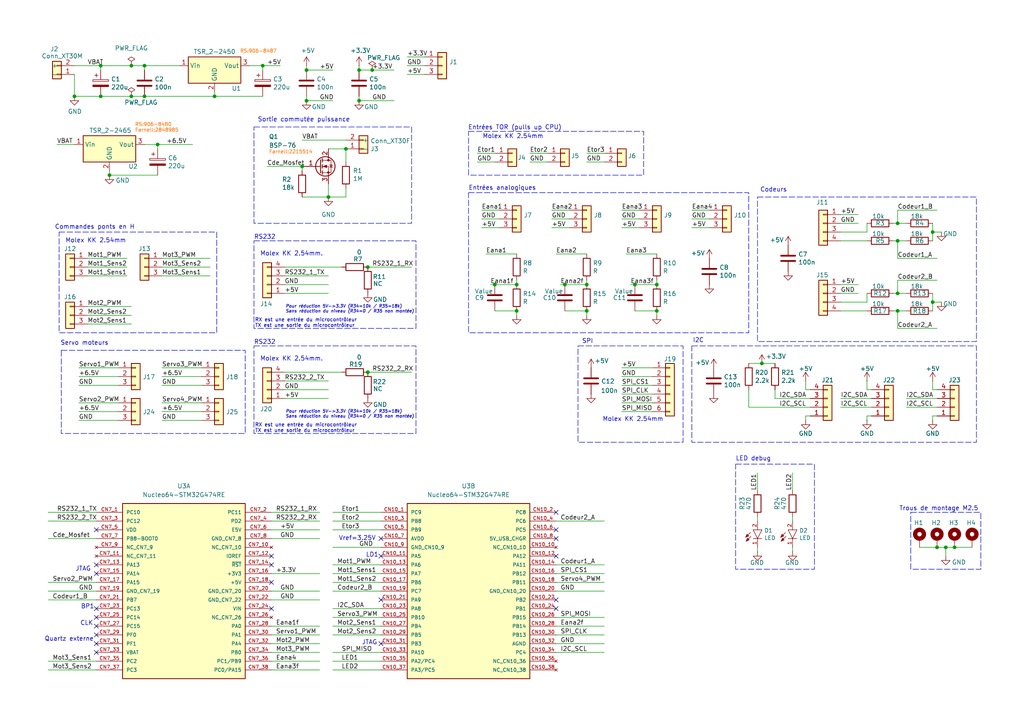
<source format=kicad_sch>
(kicad_sch (version 20231120) (generator "eeschema") (generator_version "8.0")
  (paper "A4")
  (junction (at 276.86 158.75))
  (junction (at 163.83 82.55))
  (junction (at 45.72 41.91))
  (junction (at 107.95 20.32))
  (junction (at 149.86 82.55))
  (junction (at 260.35 64.77))
  (junction (at 38.1 19.05))
  (junction (at 106.68 107.95))
  (junction (at 29.21 27.94))
  (junction (at 143.51 82.55))
  (junction (at 31.75 50.8))
  (junction (at 274.32 158.75))
  (junction (at 260.35 85.09))
  (junction (at 104.14 29.21))
  (junction (at 100.33 43.18))
  (junction (at 170.18 82.55))
  (junction (at 190.5 90.17))
  (junction (at 76.2 19.05))
  (junction (at 88.9 29.21))
  (junction (at 220.98 105.41))
  (junction (at 41.91 19.05))
  (junction (at 62.23 27.94))
  (junction (at 184.15 82.55))
  (junction (at 106.68 77.47))
  (junction (at 190.5 82.55))
  (junction (at 95.25 57.15))
  (junction (at 104.14 20.32))
  (junction (at 260.35 90.17))
  (junction (at 260.35 69.85))
  (junction (at 38.1 27.94))
  (junction (at 149.86 90.17))
  (junction (at 270.51 67.31))
  (junction (at 41.91 27.94))
  (junction (at 271.78 158.75))
  (junction (at 88.9 20.32))
  (junction (at 29.21 19.05))
  (junction (at 21.59 27.94))
  (junction (at 170.18 90.17))
  (junction (at 87.63 48.26))
  (junction (at 270.51 87.63))
  (no_connect (at 161.29 161.29))
  (no_connect (at 110.49 173.99))
  (no_connect (at 78.74 176.53))
  (no_connect (at 27.94 181.61))
  (no_connect (at 27.94 186.69))
  (no_connect (at 110.49 156.21))
  (no_connect (at 27.94 153.67))
  (no_connect (at 161.29 176.53))
  (no_connect (at 161.29 153.67))
  (no_connect (at 78.74 168.91))
  (no_connect (at 27.94 166.37))
  (no_connect (at 27.94 189.23))
  (no_connect (at 27.94 179.07))
  (no_connect (at 110.49 186.69))
  (no_connect (at 110.49 161.29))
  (no_connect (at 161.29 173.99))
  (no_connect (at 161.29 156.21))
  (no_connect (at 27.94 184.15))
  (no_connect (at 78.74 161.29))
  (no_connect (at 27.94 176.53))
  (no_connect (at 78.74 163.83))
  (no_connect (at 161.29 148.59))
  (no_connect (at 27.94 163.83))
  (wire (pts (xy 139.7 66.04) (xy 144.78 66.04)))
  (wire (pts (xy 96.52 166.37) (xy 110.49 166.37)))
  (wire (pts (xy 260.35 90.17) (xy 262.89 90.17)))
  (wire (pts (xy 270.51 85.09) (xy 270.51 87.63)))
  (wire (pts (xy 243.84 87.63) (xy 251.46 87.63)))
  (wire (pts (xy 118.11 16.51) (xy 123.19 16.51)))
  (wire (pts (xy 76.2 27.94) (xy 62.23 27.94)))
  (wire (pts (xy 252.73 120.65) (xy 251.46 120.65)))
  (wire (pts (xy 78.74 184.15) (xy 92.71 184.15)))
  (wire (pts (xy 13.97 194.31) (xy 27.94 194.31)))
  (wire (pts (xy 170.18 81.28) (xy 170.18 82.55)))
  (wire (pts (xy 96.52 176.53) (xy 110.49 176.53)))
  (wire (pts (xy 270.51 113.03) (xy 271.78 113.03)))
  (wire (pts (xy 96.52 148.59) (xy 110.49 148.59)))
  (wire (pts (xy 180.34 119.38) (xy 189.23 119.38)))
  (wire (pts (xy 13.97 151.13) (xy 27.94 151.13)))
  (wire (pts (xy 243.84 67.31) (xy 251.46 67.31)))
  (wire (pts (xy 96.52 184.15) (xy 110.49 184.15)))
  (wire (pts (xy 274.32 158.75) (xy 274.32 161.29)))
  (wire (pts (xy 180.34 111.76) (xy 189.23 111.76)))
  (wire (pts (xy 233.68 120.65) (xy 233.68 121.92)))
  (wire (pts (xy 82.55 110.49) (xy 95.25 110.49)))
  (wire (pts (xy 82.55 77.47) (xy 99.06 77.47)))
  (wire (pts (xy 260.35 95.25) (xy 271.78 95.25)))
  (wire (pts (xy 22.86 109.22) (xy 34.29 109.22)))
  (wire (pts (xy 161.29 189.23) (xy 175.26 189.23)))
  (wire (pts (xy 180.34 66.04) (xy 185.42 66.04)))
  (wire (pts (xy 78.74 156.21) (xy 92.71 156.21)))
  (wire (pts (xy 96.52 158.75) (xy 110.49 158.75)))
  (wire (pts (xy 96.52 163.83) (xy 110.49 163.83)))
  (wire (pts (xy 217.17 113.03) (xy 217.17 118.11)))
  (wire (pts (xy 229.87 137.16) (xy 229.87 142.24)))
  (wire (pts (xy 180.34 60.96) (xy 185.42 60.96)))
  (wire (pts (xy 143.51 82.55) (xy 149.86 82.55)))
  (wire (pts (xy 13.97 191.77) (xy 27.94 191.77)))
  (wire (pts (xy 143.51 90.17) (xy 149.86 90.17)))
  (wire (pts (xy 78.74 153.67) (xy 92.71 153.67)))
  (wire (pts (xy 46.99 77.47) (xy 60.96 77.47)))
  (wire (pts (xy 161.29 73.66) (xy 170.18 73.66)))
  (wire (pts (xy 46.99 121.92) (xy 58.42 121.92)))
  (wire (pts (xy 78.74 171.45) (xy 92.71 171.45)))
  (wire (pts (xy 161.29 163.83) (xy 175.26 163.83)))
  (wire (pts (xy 270.51 110.49) (xy 270.51 113.03)))
  (wire (pts (xy 149.86 81.28) (xy 149.86 82.55)))
  (wire (pts (xy 219.71 158.75) (xy 219.71 160.02)))
  (wire (pts (xy 46.99 111.76) (xy 58.42 111.76)))
  (wire (pts (xy 16.51 41.91) (xy 21.59 41.91)))
  (wire (pts (xy 38.1 27.94) (xy 41.91 27.94)))
  (wire (pts (xy 96.52 153.67) (xy 110.49 153.67)))
  (wire (pts (xy 260.35 60.96) (xy 260.35 64.77)))
  (wire (pts (xy 96.52 181.61) (xy 110.49 181.61)))
  (wire (pts (xy 45.72 41.91) (xy 55.88 41.91)))
  (wire (pts (xy 13.97 156.21) (xy 27.94 156.21)))
  (wire (pts (xy 78.74 194.31) (xy 92.71 194.31)))
  (wire (pts (xy 161.29 184.15) (xy 175.26 184.15)))
  (wire (pts (xy 106.68 77.47) (xy 119.38 77.47)))
  (wire (pts (xy 82.55 115.57) (xy 95.25 115.57)))
  (wire (pts (xy 31.75 49.53) (xy 31.75 50.8)))
  (wire (pts (xy 82.55 85.09) (xy 95.25 85.09)))
  (wire (pts (xy 100.33 57.15) (xy 100.33 54.61)))
  (wire (pts (xy 260.35 64.77) (xy 262.89 64.77)))
  (wire (pts (xy 118.11 21.59) (xy 123.19 21.59)))
  (wire (pts (xy 243.84 82.55) (xy 248.92 82.55)))
  (wire (pts (xy 78.74 186.69) (xy 92.71 186.69)))
  (wire (pts (xy 104.14 27.94) (xy 104.14 29.21)))
  (wire (pts (xy 161.29 166.37) (xy 175.26 166.37)))
  (wire (pts (xy 270.51 120.65) (xy 270.51 121.92)))
  (wire (pts (xy 217.17 105.41) (xy 220.98 105.41)))
  (wire (pts (xy 87.63 40.64) (xy 100.33 40.64)))
  (wire (pts (xy 118.11 19.05) (xy 123.19 19.05)))
  (wire (pts (xy 22.86 106.68) (xy 34.29 106.68)))
  (wire (pts (xy 104.14 19.05) (xy 104.14 20.32)))
  (wire (pts (xy 190.5 90.17) (xy 190.5 91.44)))
  (wire (pts (xy 243.84 115.57) (xy 252.73 115.57)))
  (wire (pts (xy 104.14 29.21) (xy 114.3 29.21)))
  (wire (pts (xy 78.74 166.37) (xy 92.71 166.37)))
  (wire (pts (xy 139.7 63.5) (xy 144.78 63.5)))
  (wire (pts (xy 76.2 19.05) (xy 76.2 20.32)))
  (wire (pts (xy 251.46 110.49) (xy 251.46 113.03)))
  (wire (pts (xy 260.35 90.17) (xy 260.35 95.25)))
  (wire (pts (xy 41.91 19.05) (xy 52.07 19.05)))
  (wire (pts (xy 142.24 82.55) (xy 143.51 82.55)))
  (wire (pts (xy 153.67 44.45) (xy 158.75 44.45)))
  (wire (pts (xy 184.15 90.17) (xy 190.5 90.17)))
  (wire (pts (xy 22.86 111.76) (xy 34.29 111.76)))
  (wire (pts (xy 88.9 19.05) (xy 88.9 20.32)))
  (wire (pts (xy 96.52 151.13) (xy 110.49 151.13)))
  (wire (pts (xy 161.29 151.13) (xy 175.26 151.13)))
  (wire (pts (xy 96.52 179.07) (xy 110.49 179.07)))
  (wire (pts (xy 46.99 74.93) (xy 60.96 74.93)))
  (wire (pts (xy 82.55 82.55) (xy 95.25 82.55)))
  (wire (pts (xy 87.63 48.26) (xy 87.63 49.53)))
  (wire (pts (xy 160.02 63.5) (xy 165.1 63.5)))
  (wire (pts (xy 138.43 46.99) (xy 143.51 46.99)))
  (wire (pts (xy 260.35 60.96) (xy 271.78 60.96)))
  (wire (pts (xy 260.35 74.93) (xy 271.78 74.93)))
  (wire (pts (xy 13.97 148.59) (xy 27.94 148.59)))
  (wire (pts (xy 219.71 137.16) (xy 219.71 142.24)))
  (wire (pts (xy 46.99 106.68) (xy 58.42 106.68)))
  (wire (pts (xy 38.1 19.05) (xy 41.91 19.05)))
  (wire (pts (xy 259.08 90.17) (xy 260.35 90.17)))
  (wire (pts (xy 95.25 43.18) (xy 100.33 43.18)))
  (wire (pts (xy 25.4 80.01) (xy 36.83 80.01)))
  (wire (pts (xy 170.18 44.45) (xy 175.26 44.45)))
  (wire (pts (xy 243.84 64.77) (xy 248.92 64.77)))
  (wire (pts (xy 21.59 21.59) (xy 21.59 27.94)))
  (wire (pts (xy 104.14 20.32) (xy 107.95 20.32)))
  (wire (pts (xy 96.52 189.23) (xy 110.49 189.23)))
  (wire (pts (xy 233.68 110.49) (xy 233.68 113.03)))
  (wire (pts (xy 96.52 191.77) (xy 110.49 191.77)))
  (wire (pts (xy 262.89 115.57) (xy 271.78 115.57)))
  (wire (pts (xy 200.66 63.5) (xy 205.74 63.5)))
  (wire (pts (xy 21.59 19.05) (xy 29.21 19.05)))
  (wire (pts (xy 234.95 120.65) (xy 233.68 120.65)))
  (wire (pts (xy 180.34 116.84) (xy 189.23 116.84)))
  (wire (pts (xy 281.94 158.75) (xy 276.86 158.75)))
  (wire (pts (xy 31.75 50.8) (xy 45.72 50.8)))
  (wire (pts (xy 100.33 46.99) (xy 100.33 43.18)))
  (wire (pts (xy 182.88 82.55) (xy 184.15 82.55)))
  (wire (pts (xy 243.84 62.23) (xy 248.92 62.23)))
  (wire (pts (xy 271.78 158.75) (xy 266.7 158.75)))
  (wire (pts (xy 260.35 69.85) (xy 260.35 74.93)))
  (wire (pts (xy 184.15 82.55) (xy 190.5 82.55)))
  (wire (pts (xy 78.74 173.99) (xy 92.71 173.99)))
  (wire (pts (xy 259.08 69.85) (xy 260.35 69.85)))
  (wire (pts (xy 251.46 67.31) (xy 251.46 64.77)))
  (wire (pts (xy 62.23 27.94) (xy 62.23 26.67)))
  (wire (pts (xy 233.68 113.03) (xy 234.95 113.03)))
  (wire (pts (xy 161.29 171.45) (xy 175.26 171.45)))
  (wire (pts (xy 260.35 85.09) (xy 262.89 85.09)))
  (wire (pts (xy 46.99 119.38) (xy 58.42 119.38)))
  (wire (pts (xy 82.55 107.95) (xy 99.06 107.95)))
  (wire (pts (xy 274.32 158.75) (xy 276.86 158.75)))
  (wire (pts (xy 200.66 60.96) (xy 205.74 60.96)))
  (wire (pts (xy 251.46 87.63) (xy 251.46 85.09)))
  (wire (pts (xy 181.61 73.66) (xy 190.5 73.66)))
  (wire (pts (xy 270.51 67.31) (xy 270.51 69.85)))
  (wire (pts (xy 22.86 116.84) (xy 34.29 116.84)))
  (wire (pts (xy 45.72 41.91) (xy 45.72 43.18)))
  (wire (pts (xy 29.21 27.94) (xy 38.1 27.94)))
  (wire (pts (xy 180.34 63.5) (xy 185.42 63.5)))
  (wire (pts (xy 224.79 113.03) (xy 224.79 115.57)))
  (wire (pts (xy 260.35 81.28) (xy 260.35 85.09)))
  (wire (pts (xy 22.86 119.38) (xy 34.29 119.38)))
  (wire (pts (xy 88.9 29.21) (xy 96.52 29.21)))
  (wire (pts (xy 262.89 118.11) (xy 271.78 118.11)))
  (wire (pts (xy 21.59 27.94) (xy 29.21 27.94)))
  (wire (pts (xy 270.51 87.63) (xy 273.05 87.63)))
  (wire (pts (xy 46.99 80.01) (xy 60.96 80.01)))
  (wire (pts (xy 153.67 46.99) (xy 158.75 46.99)))
  (wire (pts (xy 25.4 88.9) (xy 38.1 88.9)))
  (wire (pts (xy 270.51 64.77) (xy 270.51 67.31)))
  (wire (pts (xy 82.55 113.03) (xy 95.25 113.03)))
  (wire (pts (xy 76.2 19.05) (xy 81.28 19.05)))
  (wire (pts (xy 200.66 66.04) (xy 205.74 66.04)))
  (wire (pts (xy 88.9 27.94) (xy 88.9 29.21)))
  (wire (pts (xy 88.9 20.32) (xy 96.52 20.32)))
  (wire (pts (xy 161.29 168.91) (xy 175.26 168.91)))
  (wire (pts (xy 217.17 118.11) (xy 234.95 118.11)))
  (wire (pts (xy 78.74 189.23) (xy 92.71 189.23)))
  (wire (pts (xy 251.46 120.65) (xy 251.46 121.92)))
  (wire (pts (xy 25.4 74.93) (xy 36.83 74.93)))
  (wire (pts (xy 25.4 91.44) (xy 38.1 91.44)))
  (wire (pts (xy 25.4 93.98) (xy 38.1 93.98)))
  (wire (pts (xy 170.18 46.99) (xy 175.26 46.99)))
  (wire (pts (xy 170.18 90.17) (xy 170.18 91.44)))
  (wire (pts (xy 243.84 90.17) (xy 251.46 90.17)))
  (wire (pts (xy 41.91 41.91) (xy 45.72 41.91)))
  (wire (pts (xy 190.5 81.28) (xy 190.5 82.55)))
  (wire (pts (xy 13.97 168.91) (xy 27.94 168.91)))
  (wire (pts (xy 260.35 69.85) (xy 262.89 69.85)))
  (wire (pts (xy 77.47 48.26) (xy 87.63 48.26)))
  (wire (pts (xy 260.35 81.28) (xy 271.78 81.28)))
  (wire (pts (xy 270.51 67.31) (xy 273.05 67.31)))
  (wire (pts (xy 160.02 66.04) (xy 165.1 66.04)))
  (wire (pts (xy 259.08 64.77) (xy 260.35 64.77)))
  (wire (pts (xy 220.98 105.41) (xy 224.79 105.41)))
  (wire (pts (xy 243.84 118.11) (xy 252.73 118.11)))
  (wire (pts (xy 22.86 121.92) (xy 34.29 121.92)))
  (wire (pts (xy 95.25 53.34) (xy 95.25 57.15)))
  (wire (pts (xy 82.55 80.01) (xy 95.25 80.01)))
  (wire (pts (xy 139.7 60.96) (xy 144.78 60.96)))
  (wire (pts (xy 25.4 77.47) (xy 36.83 77.47)))
  (wire (pts (xy 161.29 181.61) (xy 175.26 181.61)))
  (wire (pts (xy 180.34 114.3) (xy 189.23 114.3)))
  (wire (pts (xy 78.74 191.77) (xy 92.71 191.77)))
  (wire (pts (xy 160.02 60.96) (xy 165.1 60.96)))
  (wire (pts (xy 180.34 109.22) (xy 189.23 109.22)))
  (wire (pts (xy 29.21 19.05) (xy 38.1 19.05)))
  (wire (pts (xy 224.79 115.57) (xy 234.95 115.57)))
  (wire (pts (xy 243.84 69.85) (xy 251.46 69.85)))
  (wire (pts (xy 229.87 149.86) (xy 229.87 151.13)))
  (wire (pts (xy 46.99 109.22) (xy 58.42 109.22)))
  (wire (pts (xy 41.91 19.05) (xy 41.91 20.32)))
  (wire (pts (xy 95.25 57.15) (xy 100.33 57.15)))
  (wire (pts (xy 107.95 20.32) (xy 114.3 20.32)))
  (wire (pts (xy 271.78 158.75) (xy 274.32 158.75)))
  (wire (pts (xy 219.71 149.86) (xy 219.71 151.13)))
  (wire (pts (xy 138.43 44.45) (xy 143.51 44.45)))
  (wire (pts (xy 140.97 73.66) (xy 149.86 73.66)))
  (wire (pts (xy 96.52 171.45) (xy 110.49 171.45)))
  (wire (pts (xy 13.97 173.99) (xy 27.94 173.99)))
  (wire (pts (xy 29.21 19.05) (xy 29.21 20.32)))
  (wire (pts (xy 96.52 168.91) (xy 110.49 168.91)))
  (wire (pts (xy 161.29 186.69) (xy 175.26 186.69)))
  (wire (pts (xy 270.51 87.63) (xy 270.51 90.17)))
  (wire (pts (xy 243.84 85.09) (xy 248.92 85.09)))
  (wire (pts (xy 180.34 106.68) (xy 189.23 106.68)))
  (wire (pts (xy 271.78 120.65) (xy 270.51 120.65)))
  (wire (pts (xy 162.56 82.55) (xy 163.83 82.55)))
  (wire (pts (xy 229.87 158.75) (xy 229.87 160.02)))
  (wire (pts (xy 78.74 148.59) (xy 92.71 148.59)))
  (wire (pts (xy 78.74 181.61) (xy 92.71 181.61)))
  (wire (pts (xy 87.63 57.15) (xy 95.25 57.15)))
  (wire (pts (xy 259.08 85.09) (xy 260.35 85.09)))
  (wire (pts (xy 163.83 82.55) (xy 170.18 82.55)))
  (wire (pts (xy 41.91 27.94) (xy 62.23 27.94)))
  (wire (pts (xy 149.86 90.17) (xy 149.86 91.44)))
  (wire (pts (xy 251.46 113.03) (xy 252.73 113.03)))
  (wire (pts (xy 72.39 19.05) (xy 76.2 19.05)))
  (wire (pts (xy 46.99 116.84) (xy 58.42 116.84)))
  (wire (pts (xy 78.74 151.13) (xy 92.71 151.13)))
  (wire (pts (xy 96.52 194.31) (xy 110.49 194.31)))
  (wire (pts (xy 106.68 107.95) (xy 119.38 107.95)))
  (wire (pts (xy 163.83 90.17) (xy 170.18 90.17)))
  (wire (pts (xy 13.97 171.45) (xy 27.94 171.45)))
  (wire (pts (xy 161.29 179.07) (xy 175.26 179.07)))
  (rectangle (start 200.66 100.33) (end 283.21 128.27) (stroke (width 0) (type dash)))
  (rectangle (start 17.78 101.6) (end 71.12 125.73) (stroke (width 0) (type dash)))
  (rectangle (start 73.66 36.83) (end 119.38 64.77) (stroke (width 0) (type dash)))
  (rectangle (start 219.71 57.15) (end 283.21 99.06) (stroke (width 0) (type dash)))
  (rectangle (start 73.66 100.33) (end 120.65 125.73) (stroke (width 0) (type dash)))
  (rectangle (start 264.16 148.59) (end 284.48 165.1) (stroke (width 0) (type dash)))
  (rectangle (start 17.145 67.31) (end 62.865 96.52) (stroke (width 0) (type dash)))
  (rectangle (start 213.36 134.62) (end 236.22 165.1) (stroke (width 0) (type dash)))
  (rectangle (start 135.89 55.88) (end 217.17 96.52) (stroke (width 0) (type dash)))
  (rectangle (start 135.89 38.1) (end 186.69 50.8) (stroke (width 0) (type dash)))
  (rectangle (start 167.64 100.33) (end 198.12 128.27) (stroke (width 0) (type dash)))
  (rectangle (start 73.66 69.85) (end 120.65 95.25) (stroke (width 0) (type dash)))
  (text "RS232" (at 73.66 100.076 0) (effects (font (size 1.27 1.27)) (justify left bottom)))
  (text "JTAG" (at 24.13 165.1 0) (effects (font (size 1.27 1.27))))
  (text "Entrées TOR (pulls up CPU)" (at 149.352 37.084 0) (effects (font (size 1.27 1.27))))
  (text "Pour réduction 5V->3.3V (R34=10k / R35=18k)\nSans réduction du niveau (R34=0 / R35 non montée)\n\n" (at 82.804 120.904 0) (effects (font (size 0.889 0.889) (italic yes)) (justify left)))
  (text "Vref=3.25V" (at 103.632 156.21 0) (effects (font (size 1.27 1.27))))
  (text "LD1" (at 107.95 161.036 0) (effects (font (size 1.27 1.27))))
  (text "Farnell:2215514" (at 77.978 44.196 0) (effects (font (size 1.016 1.016)) (justify left)))
  (text "Trous de montage M2.5" (at 272.288 147.574 0) (effects (font (size 1.27 1.27))))
  (text "Molex KK 2.54mm" (at 18.923 70.612 0) (effects (font (size 1.27 1.27)) (justify left bottom)))
  (text "SPI" (at 170.434 99.06 0) (effects (font (size 1.27 1.27))))
  (text "BP1" (at 25.4 176.022 0) (effects (font (size 1.27 1.27))))
  (text "RX est une entrée du microcontrôleur\nTX est une sortie du microcontrôleur" (at 73.914 93.726 0) (effects (font (size 1.016 1.016)) (justify left)))
  (text "RS232" (at 73.66 69.596 0) (effects (font (size 1.27 1.27)) (justify left bottom)))
  (text "Molex KK 2.54mm" (at 174.752 122.428 0) (effects (font (size 1.27 1.27)) (justify left bottom)))
  (text "Molex KK 2.54mm" (at 139.954 40.386 0) (effects (font (size 1.27 1.27)) (justify left bottom)))
  (text "Pour réduction 5V->3.3V (R34=10k / R35=18k)\nSans réduction du niveau (R34=0 / R35 non montée)\n\n" (at 82.804 90.424 0) (effects (font (size 0.889 0.889) (italic yes)) (justify left)))
  (text "Sortie commutée puissance" (at 88.138 34.798 0) (effects (font (size 1.27 1.27))))
  (text "Entrées analogiques" (at 135.89 55.372 0) (effects (font (size 1.27 1.27)) (justify left bottom)))
  (text "RX est une entrée du microcontrôleur\nTX est une sortie du microcontrôleur" (at 73.914 124.206 0) (effects (font (size 1.016 1.016)) (justify left)))
  (text "RS:906-8487" (at 69.596 14.986 0) (effects (font (size 1.016 1.016)) (justify left)))
  (text "Servo moteurs" (at 17.526 100.33 0) (effects (font (size 1.27 1.27)) (justify left bottom)))
  (text "I2C" (at 200.914 99.568 0) (effects (font (size 1.27 1.27)) (justify left bottom)))
  (text "LED debug" (at 213.36 133.858 0) (effects (font (size 1.27 1.27)) (justify left bottom)))
  (text "RS:906-8480\nFarnell:2848985" (at 39.116 37.084 0) (effects (font (size 1.016 1.016)) (justify left)))
  (text "Molex KK 2.54mm." (at 75.438 74.422 0) (effects (font (size 1.27 1.27)) (justify left bottom)))
  (text "Quartz externe" (at 20.066 185.42 0) (effects (font (size 1.27 1.27))))
  (text "Commandes ponts en H" (at 15.875 66.675 0) (effects (font (size 1.27 1.27)) (justify left bottom)))
  (text "Molex KK 2.54mm." (at 75.438 104.902 0) (effects (font (size 1.27 1.27)) (justify left bottom)))
  (text "Codeurs" (at 220.472 55.88 0) (effects (font (size 1.27 1.27)) (justify left bottom)))
  (text "CLK" (at 25.146 180.848 0) (effects (font (size 1.27 1.27))))
  (text "JTAG" (at 107.188 186.436 0) (effects (font (size 1.27 1.27))))
  (label "GND" (at 82.55 82.55 0))
  (label "GND" (at 139.7 63.5 0))
  (label "I2C_SCL" (at 243.84 118.11 0))
  (label "GND" (at 81.28 156.21 0))
  (label "Codeur1_B" (at 260.35 60.96 0))
  (label "GND" (at 180.34 63.5 0))
  (label "Etor1" (at 99.06 148.59 0))
  (label "SPI_MISO" (at 180.34 119.38 0))
  (label "GND" (at 81.28 171.45 0))
  (label "I2C_SDA" (at 226.06 115.57 0))
  (label "Eana3" (at 180.34 60.96 0))
  (label "VBAT" (at 16.51 41.91 0))
  (label "RS232_2_RX" (at 107.95 107.95 0))
  (label "+6.5V" (at 48.26 41.91 0))
  (label "+5V" (at 243.84 62.23 0))
  (label "+5V" (at 82.55 115.57 0))
  (label "GND" (at 243.84 64.77 0))
  (label "+3.3V" (at 107.95 20.32 0))
  (label "Mot1_Sens2" (at 25.4 77.47 0))
  (label "GND" (at 138.43 46.99 0))
  (label "+3.3V" (at 80.01 166.37 0))
  (label "Mot3_PWM" (at 46.99 74.93 0))
  (label "GND" (at 92.71 29.21 0))
  (label "LED1" (at 99.06 191.77 0))
  (label "LED1" (at 219.71 142.24 90))
  (label "VBAT" (at 25.4 19.05 0))
  (label "Etor3" (at 170.18 44.45 0))
  (label "Servo1_PWM" (at 22.86 106.68 0))
  (label "Codeur1_A" (at 260.35 74.93 0))
  (label "Servo3_PWM" (at 97.79 179.07 0))
  (label "Eana3f" (at 182.88 82.55 0))
  (label "Servo3_PWM" (at 46.99 106.68 0))
  (label "Servo2_PWM" (at 15.24 168.91 0))
  (label "Cde_Mosfet" (at 15.24 156.21 0))
  (label "Mot1_Sens2" (at 97.79 168.91 0))
  (label "LED2" (at 99.06 194.31 0))
  (label "Mot2_Sens1" (at 97.79 181.61 0))
  (label "Servo4_PWM" (at 162.56 168.91 0))
  (label "Mot1_PWM" (at 25.4 74.93 0))
  (label "SPI_CLK" (at 162.56 184.15 0))
  (label "+6.5V" (at 22.86 109.22 0))
  (label "+5V" (at 82.55 85.09 0))
  (label "RS232_2_TX" (at 82.55 110.49 0))
  (label "Codeur1_A" (at 162.56 163.83 0))
  (label "Mot2_Sens2" (at 97.79 184.15 0))
  (label "+5V" (at 77.47 19.05 0))
  (label "GND" (at 22.86 171.45 0))
  (label "Eana1f" (at 80.01 181.61 0))
  (label "Mot3_Sens2" (at 15.24 194.31 0))
  (label "Eana4" (at 80.01 191.77 0))
  (label "+5V" (at 243.84 82.55 0))
  (label "+5V" (at 160.02 66.04 0))
  (label "+3.3V" (at 118.11 16.51 0))
  (label "SPI_CLK" (at 180.34 114.3 0))
  (label "Mot1_Sens1" (at 97.79 166.37 0))
  (label "LED2" (at 229.87 142.24 90))
  (label "+5V" (at 81.28 153.67 0))
  (label "RS232_2_RX" (at 80.01 151.13 0))
  (label "GND" (at 160.02 63.5 0))
  (label "Mot3_Sens1" (at 15.24 191.77 0))
  (label "GND" (at 46.99 111.76 0))
  (label "Mot2_PWM" (at 25.4 88.9 0))
  (label "Servo1_PWM" (at 80.01 184.15 0))
  (label "I2C_SCL" (at 226.06 118.11 0))
  (label "GND" (at 81.28 173.99 0))
  (label "GND" (at 180.34 109.22 0))
  (label "Etor2" (at 153.67 44.45 0))
  (label "Etor3" (at 99.06 153.67 0))
  (label "GND" (at 243.84 85.09 0))
  (label "Eana2" (at 160.02 60.96 0))
  (label "Eana2" (at 161.29 73.66 0))
  (label "SPI_MISO" (at 99.06 189.23 0))
  (label "Codeur2_A" (at 162.56 151.13 0))
  (label "Mot1_PWM" (at 97.79 163.83 0))
  (label "+5V" (at 118.11 21.59 0))
  (label "SPI_MOSI" (at 162.56 179.07 0))
  (label "Servo4_PWM" (at 46.99 116.84 0))
  (label "RS232_1_TX" (at 82.55 80.01 0))
  (label "Mot3_PWM" (at 80.01 189.23 0))
  (label "Mot2_Sens1" (at 25.4 93.98 0))
  (label "+5V" (at 180.34 66.04 0))
  (label "VBAT" (at 87.63 40.64 0))
  (label "Eana4" (at 200.66 60.96 0))
  (label "Codeur2_B" (at 97.79 171.45 0))
  (label "Mot3_Sens2" (at 46.99 77.47 0))
  (label "Mot1_Sens1" (at 25.4 80.01 0))
  (label "Codeur2_B" (at 260.35 81.28 0))
  (label "GND" (at 46.99 121.92 0))
  (label "Codeur1_B" (at 15.24 173.99 0))
  (label "RS232_1_TX" (at 16.51 148.59 0))
  (label "Eana1" (at 139.7 60.96 0))
  (label "GND" (at 153.67 46.99 0))
  (label "Eana3" (at 181.61 73.66 0))
  (label "Eana3f" (at 80.01 194.31 0))
  (label "Eana1f" (at 142.24 82.55 0))
  (label "GND" (at 170.18 46.99 0))
  (label "Eana2f" (at 162.56 181.61 0))
  (label "GND" (at 162.56 171.45 0))
  (label "GND" (at 162.56 186.69 0))
  (label "GND" (at 200.66 63.5 0))
  (label "+5V" (at 200.66 66.04 0))
  (label "RS232_1_RX" (at 80.01 148.59 0))
  (label "GND" (at 82.55 113.03 0))
  (label "Mot2_Sens2" (at 25.4 91.44 0))
  (label "GND" (at 107.95 29.21 0))
  (label "+5V" (at 92.71 20.32 0))
  (label "RS232_1_RX" (at 107.95 77.47 0))
  (label "RS232_2_TX" (at 16.51 151.13 0))
  (label "GND" (at 104.14 158.75 0))
  (label "Eana1" (at 140.97 73.66 0))
  (label "Mot2_PWM" (at 80.01 186.69 0))
  (label "SPI_CS1" (at 180.34 111.76 0))
  (label "GND" (at 22.86 111.76 0))
  (label "+6.5V" (at 22.86 119.38 0))
  (label "+5V" (at 139.7 66.04 0))
  (label "+5V" (at 180.34 106.68 0))
  (label "GND" (at 22.86 121.92 0))
  (label "Etor1" (at 138.43 44.45 0))
  (label "I2C_SDA" (at 262.89 115.57 0))
  (label "Etor2" (at 99.06 151.13 0))
  (label "SPI_MOSI" (at 180.34 116.84 0))
  (label "I2C_SCL" (at 262.89 118.11 0))
  (label "Codeur2_A" (at 260.35 95.25 0))
  (label "SPI_CS1" (at 162.56 166.37 0))
  (label "+6.5V" (at 46.99 109.22 0))
  (label "Eana2f" (at 162.56 82.55 0))
  (label "I2C_SDA" (at 97.79 176.53 0))
  (label "I2C_SDA" (at 243.84 115.57 0))
  (label "I2C_SCL" (at 162.56 189.23 0))
  (label "GND" (at 118.11 19.05 0))
  (label "Servo2_PWM" (at 22.86 116.84 0))
  (label "Cde_Mosfet" (at 77.47 48.26 0))
  (label "Mot3_Sens1" (at 46.99 80.01 0))
  (label "+6.5V" (at 46.99 119.38 0))
  (symbol (lib_id "CRLG-Passive:CP") (at 45.72 46.99 0) (unit 1)
    (property "Reference" "C6" (at 48.7172 45.8216 0) (effects (justify left)))
    (property "Value" "220u" (at 48.7172 48.133 0) (effects (justify left)))
    (property "Footprint" "Passive:C_Radial_D8.0mm_H11.5mm_P3.50mm" (effects (hide yes)))
  )
  (symbol (lib_id "power:GND") (at 31.75 50.8 0) (unit 1)
    (property "Reference" "#PWR06" (effects (hide yes)))
    (property "Value" "GND" (at 35.56 52.324 0))
  )
  (symbol (lib_id "CRLG-Connectors:Conn_01x03") (at 190.5 63.5 0) (unit 1)
    (property "Reference" "J9" (at 192.532 62.4332 0) (effects (justify left)))
    (property "Value" "Conn_01x03" (effects (hide yes)))
    (property "Footprint" "Connector_Molex:Molex_KK-254_AE-6410-03A_1x03_P2.54mm_Vertical" (effects (hide yes)))
  )
  (symbol (lib_id "CRLG-Connectors:Conn_01x03") (at 149.86 63.5 0) (unit 1)
    (property "Reference" "J7" (at 151.892 62.4332 0) (effects (justify left)))
    (property "Value" "Conn_01x03" (effects (hide yes)))
    (property "Footprint" "Connector_Molex:Molex_KK-254_AE-6410-03A_1x03_P2.54mm_Vertical" (effects (hide yes)))
  )
  (symbol (lib_id "Mechanical:MountingHole_Pad") (at 276.86 156.21 0) (unit 1) (exclude_from_sim yes) (in_bom no)
    (property "Reference" "H3" (at 276.606 151.638 0))
    (property "Value" "MountingHole_Pad" (effects (hide yes)))
    (property "Footprint" "MountingHole:MountingHole_2.7mm_M2.5_Pad" (effects (hide yes)))
    (property "Description" "Mounting Hole with connection" (effects (hide yes)))
  )
  (symbol (lib_id "power:GND") (at 251.46 121.92 0) (unit 1)
    (property "Reference" "#PWR028" (effects (hide yes)))
    (property "Value" "GND" (at 251.46 125.73 0))
  )
  (symbol (lib_id "power:GND") (at 149.86 91.44 0) (unit 1)
    (property "Reference" "#PWR015" (effects (hide yes)))
    (property "Value" "GND" (effects (hide yes)))
  )
  (symbol (lib_id "power:GND") (at 274.32 161.29 0) (unit 1)
    (property "Reference" "#PWR032" (effects (hide yes)))
    (property "Value" "GND" (at 278.13 163.068 0))
    (property "Description" "Power symbol creates a global label with name \"GND\" , ground" (effects (hide yes)))
  )
  (symbol (lib_id "CRLG-Passive:R") (at 217.17 109.22 0) (unit 1)
    (property "Reference" "R20" (at 218.948 108.0516 0) (effects (justify left)))
    (property "Value" "2.2k" (at 218.948 110.363 0) (effects (justify left)))
    (property "Footprint" "Resistor_SMD:R_1206_3216Metric" (effects (hide yes)))
  )
  (symbol (lib_id "power:GND") (at 106.68 85.09 0) (unit 1)
    (property "Reference" "#PWR013" (effects (hide yes)))
    (property "Value" "GND" (at 110.236 86.868 0))
  )
  (symbol (lib_id "CRLG_Regulators:TSR_2-2450") (at 62.23 21.59 0) (unit 1)
    (property "Reference" "U1" (at 68.58 25.654 0))
    (property "Value" "TSR_2-2450" (at 62.23 14.986 0))
    (property "Footprint" "Convert_DCDC:Converter_DCDC_TRACO_TSR-2_THT" (effects (hide yes)))
  )
  (symbol (lib_id "power:+5V") (at 207.01 106.68 0) (unit 1)
    (property "Reference" "#PWR020" (effects (hide yes)))
    (property "Value" "+5V" (at 203.708 105.156 0))
  )
  (symbol (lib_id "power:GND") (at 273.05 67.31 0) (unit 1)
    (property "Reference" "#PWR08" (effects (hide yes)))
    (property "Value" "GND" (at 275.59 67.818 0))
  )
  (symbol (lib_id "CRLG-Passive:R") (at 229.87 146.05 0) (unit 1)
    (property "Reference" "R24" (at 225.425 147.955 90) (effects (justify left)))
    (property "Value" "470" (at 227.33 147.955 90) (effects (justify left)))
    (property "Footprint" "Resistor_SMD:R_1206_3216Metric" (effects (hide yes)))
  )
  (symbol (lib_id "CRLG-Passive:R") (at 106.68 81.28 180) (unit 1)
    (property "Reference" "R11" (at 112.014 80.264 0) (effects (justify left)))
    (property "Value" "NC" (at 110.998 82.296 0) (effects (justify left)))
    (property "Footprint" "Resistor_SMD:R_1206_3216Metric" (effects (hide yes)))
  )
  (symbol (lib_id "power:GND") (at 171.45 114.3 0) (unit 1)
    (property "Reference" "#PWR024" (effects (hide yes)))
    (property "Value" "GND" (effects (hide yes)))
  )
  (symbol (lib_id "CRLG-Passive:R") (at 100.33 50.8 0) (unit 1)
    (property "Reference" "R1" (at 102.362 49.5046 0) (effects (justify left)))
    (property "Value" "1M" (at 102.362 51.816 0) (effects (justify left)))
    (property "Footprint" "Resistor_SMD:R_1206_3216Metric" (effects (hide yes)))
  )
  (symbol (lib_id "power:+5V") (at 270.51 110.49 0) (unit 1)
    (property "Reference" "#PWR023" (effects (hide yes)))
    (property "Value" "+5V" (at 270.51 106.934 0))
  )
  (symbol (lib_id "Mechanical:MountingHole_Pad") (at 281.94 156.21 0) (unit 1) (exclude_from_sim yes) (in_bom no)
    (property "Reference" "H4" (at 281.686 151.638 0))
    (property "Value" "MountingHole_Pad" (effects (hide yes)))
    (property "Footprint" "MountingHole:MountingHole_2.7mm_M2.5_Pad" (effects (hide yes)))
    (property "Description" "Mounting Hole with connection" (effects (hide yes)))
  )
  (symbol (lib_id "power:GND") (at 190.5 91.44 0) (unit 1)
    (property "Reference" "#PWR017" (effects (hide yes)))
    (property "Value" "GND" (effects (hide yes)))
  )
  (symbol (lib_id "CRLG-Connectors:Conn_01x03") (at 128.27 19.05 0) (unit 1)
    (property "Reference" "J1" (at 130.302 17.9832 0) (effects (justify left)))
    (property "Value" "Conn_01x03" (effects (hide yes)))
    (property "Footprint" "Connector_Molex:Molex_KK-254_AE-6410-03A_1x03_P2.54mm_Vertical" (effects (hide yes)))
  )
  (symbol (lib_id "power:+5V") (at 251.46 110.49 0) (unit 1)
    (property "Reference" "#PWR022" (effects (hide yes)))
    (property "Value" "+5V" (at 251.46 106.934 0))
  )
  (symbol (lib_id "power:+5V") (at 233.68 110.49 0) (unit 1)
    (property "Reference" "#PWR021" (effects (hide yes)))
    (property "Value" "+5V" (at 233.68 106.934 0))
  )
  (symbol (lib_id "Mechanical:MountingHole_Pad") (at 266.7 156.21 0) (unit 1) (exclude_from_sim yes) (in_bom no)
    (property "Reference" "H1" (at 266.446 151.638 0))
    (property "Value" "MountingHole_Pad" (effects (hide yes)))
    (property "Footprint" "MountingHole:MountingHole_2.7mm_M2.5_Pad" (effects (hide yes)))
    (property "Description" "Mounting Hole with connection" (effects (hide yes)))
  )
  (symbol (lib_id "CRLG-Passive:R") (at 224.79 109.22 0) (unit 1)
    (property "Reference" "R21" (at 226.568 108.0516 0) (effects (justify left)))
    (property "Value" "2.2k" (at 226.568 110.363 0) (effects (justify left)))
    (property "Footprint" "Resistor_SMD:R_1206_3216Metric" (effects (hide yes)))
  )
  (symbol (lib_id "Mechanical:MountingHole_Pad") (at 271.78 156.21 0) (unit 1) (exclude_from_sim yes) (in_bom no)
    (property "Reference" "H2" (at 271.526 151.638 0))
    (property "Value" "MountingHole_Pad" (effects (hide yes)))
    (property "Footprint" "MountingHole:MountingHole_2.7mm_M2.5_Pad" (effects (hide yes)))
    (property "Description" "Mounting Hole with connection" (effects (hide yes)))
  )
  (symbol (lib_id "CRLG-Passive:R") (at 106.68 111.76 180) (unit 1)
    (property "Reference" "R22" (at 112.014 110.744 0) (effects (justify left)))
    (property "Value" "NC" (at 110.998 112.776 0) (effects (justify left)))
    (property "Footprint" "Resistor_SMD:R_1206_3216Metric" (effects (hide yes)))
  )
  (symbol (lib_id "power:+5V") (at 228.6 71.12 0) (unit 1)
    (property "Reference" "#PWR09" (effects (hide yes)))
    (property "Value" "+5V" (at 225.298 69.596 0))
  )
  (symbol (lib_id "CRLG-Passive:C") (at 184.15 86.36 180) (unit 1)
    (property "Reference" "C11" (at 179.705 86.36 0))
    (property "Value" "Value" (at 180.975 84.455 0))
    (property "Footprint" "Capacitor_SMD:C_1206_3216Metric" (effects (hide yes)))
  )
  (symbol (lib_id "power:+5V") (at 205.74 74.93 0) (unit 1)
    (property "Reference" "#PWR010" (effects (hide yes)))
    (property "Value" "+5V" (at 202.438 73.406 0))
  )
  (symbol (lib_id "CRLG-Passive:C") (at 207.01 110.49 0) (unit 1)
    (property "Reference" "C13" (at 209.931 109.3216 0) (effects (justify left)))
    (property "Value" "100n" (at 209.931 111.633 0) (effects (justify left)))
    (property "Footprint" "Capacitor_SMD:C_1206_3216Metric" (effects (hide yes)))
  )
  (symbol (lib_id "power:GND") (at 233.68 121.92 0) (unit 1)
    (property "Reference" "#PWR027" (effects (hide yes)))
    (property "Value" "GND" (at 233.68 125.73 0))
  )
  (symbol (lib_id "CRLG-Connectors:Conn_01x04") (at 238.76 85.09 0) (mirror y) (unit 1)
    (property "Reference" "J15" (at 238.506 79.756 0))
    (property "Value" "Conn_01x04" (effects (hide yes)))
    (property "Footprint" "Connector_Molex:Molex_KK-254_AE-6410-04A_1x04_P2.54mm_Vertical" (effects (hide yes)))
  )
  (symbol (lib_id "CRLG-Connectors:Conn_01x03") (at 210.82 63.5 0) (unit 1)
    (property "Reference" "J10" (at 212.852 62.4332 0) (effects (justify left)))
    (property "Value" "Conn_01x03" (effects (hide yes)))
    (property "Footprint" "Connector_Molex:Molex_KK-254_AE-6410-03A_1x03_P2.54mm_Vertical" (effects (hide yes)))
  )
  (symbol (lib_id "CRLG-Connectors:Conn_01x02") (at 148.59 44.45 0) (unit 1)
    (property "Reference" "J4" (at 150.114 45.72 0) (effects (justify left)))
    (property "Value" "Conn_01x02" (effects (hide yes)))
    (property "Footprint" "Connector_Molex:Molex_KK-254_AE-6410-02A_1x02_P2.54mm_Vertical" (effects (hide yes)))
  )
  (symbol (lib_id "CRLG-Passive:LED") (at 229.87 153.67 0) (unit 1)
    (property "Reference" "D2" (at 231.8258 153.8732 0) (effects (font (size 1.143 1.143)) (justify left)))
    (property "Value" "LED" (at 231.8258 156.0068 0) (effects (font (size 1.143 1.143)) (justify left)))
    (property "Footprint" "LED_SMD:LED_1206_3216Metric" (effects (hide yes)))
  )
  (symbol (lib_id "CRLG-Connectors:Conn_01x06") (at 194.31 111.76 0) (unit 1)
    (property "Reference" "J19" (at 192.532 104.14 0) (effects (justify left)))
    (property "Value" "Conn_01x06" (effects (hide yes)))
    (property "Footprint" "Connector_Molex:Molex_KK-254_AE-6410-06A_1x06_P2.54mm_Vertical" (effects (hide yes)))
  )
  (symbol (lib_id "power:GND") (at 207.01 114.3 0) (unit 1)
    (property "Reference" "#PWR025" (effects (hide yes)))
    (property "Value" "GND" (effects (hide yes)))
  )
  (symbol (lib_id "CRLG-Passive:R") (at 266.7 64.77 90) (unit 1)
    (property "Reference" "R4" (at 266.7 64.77 90))
    (property "Value" "18k" (at 265.938 62.738 90))
    (property "Footprint" "Resistor_SMD:R_1206_3216Metric" (effects (hide yes)))
  )
  (symbol (lib_id "CRLG-Connectors:Conn_01x04") (at 257.81 118.11 0) (mirror x) (unit 1)
    (property "Reference" "J22" (at 256.032 110.236 0) (effects (justify left)))
    (property "Value" "Conn_01x04" (effects (hide yes)))
    (property "Footprint" "Connector_Molex:Molex_KK-254_AE-6410-04A_1x04_P2.54mm_Vertical" (effects (hide yes)))
  )
  (symbol (lib_id "CRLG-Passive:C") (at 171.45 110.49 0) (unit 1)
    (property "Reference" "C12" (at 174.371 110.5916 0) (effects (justify left)))
    (property "Value" "100n" (at 174.244 113.284 0) (effects (justify left)))
    (property "Footprint" "Capacitor_SMD:C_1206_3216Metric" (effects (hide yes)))
  )
  (symbol (lib_id "CRLG-Passive:C") (at 143.51 86.36 180) (unit 1)
    (property "Reference" "C9" (at 139.065 86.36 0))
    (property "Value" "Value" (at 140.335 84.455 0))
    (property "Footprint" "Capacitor_SMD:C_1206_3216Metric" (effects (hide yes)))
  )
  (symbol (lib_id "power:PWR_FLAG") (at 107.95 20.32 0) (unit 1)
    (property "Reference" "#FLG02" (effects (hide yes)))
    (property "Value" "PWR_FLAG" (at 111.2871 16.764 0))
    (property "Description" "Special symbol for telling ERC where power comes from" (effects (hide yes)))
  )
  (symbol (lib_id "CRLG-Connectors:Conn_01x04") (at 276.86 118.11 0) (mirror x) (unit 1)
    (property "Reference" "J23" (at 275.082 110.236 0) (effects (justify left)))
    (property "Value" "Conn_01x04" (effects (hide yes)))
    (property "Footprint" "Connector_Molex:Molex_KK-254_AE-6410-04A_1x04_P2.54mm_Vertical" (effects (hide yes)))
  )
  (symbol (lib_id "CRLG-Connectors:Conn_01x03") (at 170.18 63.5 0) (unit 1)
    (property "Reference" "J8" (at 172.212 62.4332 0) (effects (justify left)))
    (property "Value" "Conn_01x03" (effects (hide yes)))
    (property "Footprint" "Connector_Molex:Molex_KK-254_AE-6410-03A_1x03_P2.54mm_Vertical" (effects (hide yes)))
  )
  (symbol (lib_name "Nucleo64-STM32G474RE_1") (lib_id "CRLG-CPU:Nucleo64-STM32G474RE") (at 53.34 171.45 0) (unit 1)
    (property "Reference" "U3" (at 53.34 140.97 0))
    (property "Value" "Nucleo64-STM32G474RE" (at 53.34 143.51 0))
    (property "Footprint" "Nucleo-STM32:Nucleo64-G474RE_ExtensionShield_Bottom" (effects (hide yes)))
    (property "Datasheet" "https://www.st.com/en/evaluation-tools/nucleo-g474re.html" (effects (hide yes)))
    (property "Description" "Carte fille (shield) pour Nucleo64 G474RE - MB1367" (effects (hide yes)))
  )
  (symbol (lib_id "CRLG-Connectors:Conn_01x04") (at 77.47 82.55 180) (unit 1)
    (property "Reference" "J14" (at 77.216 88.138 0))
    (property "Value" "Conn_01x04" (effects (hide yes)))
    (property "Footprint" "Connector_Molex:Molex_KK-254_AE-6410-04A_1x04_P2.54mm_Vertical" (effects (hide yes)))
  )
  (symbol (lib_id "power:GND") (at 104.14 29.21 0) (unit 1)
    (property "Reference" "#PWR05" (effects (hide yes)))
    (property "Value" "GND" (at 109.728 30.988 0) (effects (justify right)))
    (property "Description" "Power symbol creates a global label with name \"GND\" , ground" (effects (hide yes)))
  )
  (symbol (lib_id "power:GND") (at 88.9 29.21 0) (unit 1)
    (property "Reference" "#PWR04" (effects (hide yes)))
    (property "Value" "GND" (at 94.488 30.988 0) (effects (justify right)))
    (property "Description" "Power symbol creates a global label with name \"GND\" , ground" (effects (hide yes)))
  )
  (symbol (lib_id "CRLG_Transistors:BSP-76") (at 92.71 48.26 0) (unit 1)
    (property "Reference" "Q1" (at 77.978 39.624 0) (effects (justify left)))
    (property "Value" "BSP-76" (at 77.978 42.164 0) (effects (justify left)))
    (property "Footprint" "Package_TO_SOT_SMD:SOT-223-3_TabPin2" (effects (hide yes)))
  )
  (symbol (lib_id "CRLG-Connectors:Conn_XT30F") (at 105.41 43.18 0) (mirror x) (unit 1)
    (property "Reference" "J3" (at 107.442 43.18 0) (effects (justify left)))
    (property "Value" "Conn_XT30F" (at 107.442 40.8686 0) (effects (justify left)))
    (property "Footprint" "XT30:AMASS_XT30UPB-F_1x02_P5.0mm_Vertical" (effects (hide yes)))
  )
  (symbol (lib_id "CRLG-Connectors:Conn_01x04") (at 238.76 64.77 0) (mirror y) (unit 1)
    (property "Reference" "J11" (at 238.506 58.674 0))
    (property "Value" "Conn_01x04" (effects (hide yes)))
    (property "Footprint" "Connector_Molex:Molex_KK-254_AE-6410-04A_1x04_P2.54mm_Vertical" (effects (hide yes)))
  )
  (symbol (lib_id "power:GND") (at 21.59 27.94 0) (unit 1)
    (property "Reference" "#PWR03" (effects (hide yes)))
    (property "Value" "GND" (at 21.717 32.3342 0))
    (property "Description" "Power symbol creates a global label with name \"GND\" , ground" (effects (hide yes)))
  )
  (symbol (lib_id "CRLG-Connectors:Conn_01x03") (at 20.32 77.47 0) (mirror y) (unit 1)
    (property "Reference" "J12" (at 20.32 72.136 0))
    (property "Value" "Conn_01x04" (effects (hide yes)))
    (property "Footprint" "Connector_Molex:Molex_KK-254_AE-6410-03A_1x03_P2.54mm_Vertical" (effects (hide yes)))
  )
  (symbol (lib_id "CRLG-Passive:C") (at 205.74 78.74 0) (unit 1)
    (property "Reference" "C8" (at 208.661 77.5716 0) (effects (justify left)))
    (property "Value" "100n" (at 208.661 79.883 0) (effects (justify left)))
    (property "Footprint" "Capacitor_SMD:C_1206_3216Metric" (effects (hide yes)))
  )
  (symbol (lib_id "CRLG-Passive:R") (at 255.27 69.85 90) (unit 1)
    (property "Reference" "R5" (at 255.27 69.85 90))
    (property "Value" "10k" (at 254.762 67.818 90))
    (property "Footprint" "Resistor_SMD:R_1206_3216Metric" (effects (hide yes)))
  )
  (symbol (lib_id "CRLG-Passive:R") (at 190.5 77.47 0) (unit 1)
    (property "Reference" "R10" (at 192.278 76.3016 0) (effects (justify left)))
    (property "Value" "R" (at 192.278 78.613 0) (effects (justify left)))
    (property "Footprint" "Resistor_SMD:R_1206_3216Metric" (effects (hide yes)))
  )
  (symbol (lib_id "power:+3.3V") (at 104.14 19.05 0) (unit 1)
    (property "Reference" "#PWR02" (effects (hide yes)))
    (property "Value" "+3.3V" (at 104.521 14.6558 0))
    (property "Description" "Power symbol creates a global label with name \"+3.3V\"" (effects (hide yes)))
  )
  (symbol (lib_id "CRLG-Passive:R") (at 255.27 85.09 90) (unit 1)
    (property "Reference" "R12" (at 255.27 85.09 90))
    (property "Value" "10k" (at 254.762 83.058 90))
    (property "Footprint" "Resistor_SMD:R_1206_3216Metric" (effects (hide yes)))
  )
  (symbol (lib_id "CRLG-Connectors:Conn_01x03") (at 41.91 77.47 0) (mirror y) (unit 1)
    (property "Reference" "J13" (at 41.91 72.136 0))
    (property "Value" "Conn_01x04" (effects (hide yes)))
    (property "Footprint" "Connector_Molex:Molex_KK-254_AE-6410-03A_1x03_P2.54mm_Vertical" (effects (hide yes)))
  )
  (symbol (lib_id "CRLG-Connectors:Conn_01x02") (at 163.83 44.45 0) (unit 1)
    (property "Reference" "J5" (at 165.608 45.212 0) (effects (justify left)))
    (property "Value" "Conn_01x02" (effects (hide yes)))
    (property "Footprint" "Connector_Molex:Molex_KK-254_AE-6410-02A_1x02_P2.54mm_Vertical" (effects (hide yes)))
  )
  (symbol (lib_id "CRLG-Passive:R") (at 266.7 69.85 90) (unit 1)
    (property "Reference" "R6" (at 266.7 69.85 90))
    (property "Value" "18k" (at 265.938 67.818 90))
    (property "Footprint" "Resistor_SMD:R_1206_3216Metric" (effects (hide yes)))
  )
  (symbol (lib_id "CRLG-Passive:C") (at 88.9 24.13 0) (unit 1)
    (property "Reference" "C4" (at 91.821 22.9616 0) (effects (justify left)))
    (property "Value" "100n" (at 91.821 25.273 0) (effects (justify left)))
    (property "Footprint" "Capacitor_SMD:C_1206_3216Metric" (effects (hide yes)))
  )
  (symbol (lib_id "power:GND") (at 170.18 91.44 0) (unit 1)
    (property "Reference" "#PWR016" (effects (hide yes)))
    (property "Value" "GND" (effects (hide yes)))
  )
  (symbol (lib_id "CRLG-Connectors:Conn_01x03") (at 63.5 119.38 0) (unit 1)
    (property "Reference" "J25" (at 65.532 119.4816 0) (effects (justify left)))
    (property "Value" "Conn_01x03" (effects (hide yes)))
    (property "Footprint" "Servomotors:Servomotor-3x254" (effects (hide yes)))
  )
  (symbol (lib_id "CRLG-Connectors:Conn_XT30M") (at 16.51 21.59 180) (unit 1)
    (property "Reference" "J2" (at 15.748 14.224 0))
    (property "Value" "Conn_XT30M" (at 18.034 16.256 0))
    (property "Footprint" "XT30:AMASS_XT30UPB-M_1x02_P5.0mm_Vertical" (effects (hide yes)))
  )
  (symbol (lib_id "CRLG-Passive:R") (at 102.87 77.47 90) (unit 1)
    (property "Reference" "R7" (at 105.156 75.184 90) (effects (justify left)))
    (property "Value" "0" (at 104.902 73.152 90) (effects (justify left)))
    (property "Footprint" "Resistor_SMD:R_1206_3216Metric" (effects (hide yes)))
  )
  (symbol (lib_id "CRLG-Passive:R") (at 266.7 85.09 90) (unit 1)
    (property "Reference" "R13" (at 266.7 85.09 90))
    (property "Value" "18k" (at 265.938 83.058 90))
    (property "Footprint" "Resistor_SMD:R_1206_3216Metric" (effects (hide yes)))
  )
  (symbol (lib_id "CRLG-Connectors:Conn_01x04") (at 240.03 118.11 0) (mirror x) (unit 1)
    (property "Reference" "J21" (at 238.252 110.236 0) (effects (justify left)))
    (property "Value" "Conn_01x04" (effects (hide yes)))
    (property "Footprint" "Connector_Molex:Molex_KK-254_AE-6410-04A_1x04_P2.54mm_Vertical" (effects (hide yes)))
  )
  (symbol (lib_id "CRLG-Passive:C") (at 41.91 24.13 0) (unit 1)
    (property "Reference" "C2" (at 44.831 22.9616 0) (effects (justify left)))
    (property "Value" "100n" (at 44.831 25.273 0) (effects (justify left)))
    (property "Footprint" "Capacitor_SMD:C_1206_3216Metric" (effects (hide yes)))
  )
  (symbol (lib_id "power:+3.3V") (at 220.98 105.41 0) (unit 1)
    (property "Reference" "#PWR018" (effects (hide yes)))
    (property "Value" "+3.3V" (at 225.044 103.378 0))
  )
  (symbol (lib_id "CRLG-Connectors:Conn_01x03") (at 20.32 91.44 0) (mirror y) (unit 1)
    (property "Reference" "J16" (at 20.32 86.106 0))
    (property "Value" "Conn_01x04" (effects (hide yes)))
    (property "Footprint" "Connector_Molex:Molex_KK-254_AE-6410-03A_1x03_P2.54mm_Vertical" (effects (hide yes)))
  )
  (symbol (lib_id "CRLG-Passive:R") (at 266.7 90.17 90) (unit 1)
    (property "Reference" "R18" (at 266.7 90.17 90))
    (property "Value" "18k" (at 265.938 88.138 90))
    (property "Footprint" "Resistor_SMD:R_1206_3216Metric" (effects (hide yes)))
  )
  (symbol (lib_id "CRLG-Passive:CP") (at 76.2 24.13 0) (unit 1)
    (property "Reference" "C3" (at 79.1972 22.9616 0) (effects (justify left)))
    (property "Value" "220u" (at 79.1972 25.273 0) (effects (justify left)))
    (property "Footprint" "Passive:C_Radial_D8.0mm_H11.5mm_P3.50mm" (effects (hide yes)))
  )
  (symbol (lib_id "power:GND") (at 270.51 121.92 0) (unit 1)
    (property "Reference" "#PWR029" (effects (hide yes)))
    (property "Value" "GND" (at 270.51 125.73 0))
  )
  (symbol (lib_id "power:PWR_FLAG") (at 38.1 27.94 0) (unit 1)
    (property "Reference" "#FLG03" (effects (hide yes)))
    (property "Value" "PWR_FLAG" (at 40.894 29.718 0))
    (property "Description" "Special symbol for telling ERC where power comes from" (effects (hide yes)))
  )
  (symbol (lib_id "CRLG-Connectors:Conn_01x03") (at 39.37 109.22 0) (unit 1)
    (property "Reference" "J17" (at 41.402 109.3216 0) (effects (justify left)))
    (property "Value" "Conn_01x03" (effects (hide yes)))
    (property "Footprint" "Servomotors:Servomotor-3x254" (effects (hide yes)))
  )
  (symbol (lib_id "CRLG-Passive:R") (at 219.71 146.05 0) (unit 1)
    (property "Reference" "R23" (at 215.265 147.955 90) (effects (justify left)))
    (property "Value" "470" (at 217.17 147.955 90) (effects (justify left)))
    (property "Footprint" "Resistor_SMD:R_1206_3216Metric" (effects (hide yes)))
  )
  (symbol (lib_id "power:GND") (at 273.05 87.63 0) (unit 1)
    (property "Reference" "#PWR014" (effects (hide yes)))
    (property "Value" "GND" (at 275.59 88.138 0))
  )
  (symbol (lib_id "CRLG-Passive:R") (at 255.27 64.77 90) (unit 1)
    (property "Reference" "R3" (at 255.27 64.77 90))
    (property "Value" "10k" (at 254.762 62.738 90))
    (property "Footprint" "Resistor_SMD:R_1206_3216Metric" (effects (hide yes)))
  )
  (symbol (lib_id "CRLG-Passive:CP") (at 29.21 24.13 0) (unit 1)
    (property "Reference" "C1" (at 32.2072 22.9616 0) (effects (justify left)))
    (property "Value" "220u" (at 32.2072 25.273 0) (effects (justify left)))
    (property "Footprint" "Passive:C_Radial_D8.0mm_H11.5mm_P3.50mm" (effects (hide yes)))
  )
  (symbol (lib_id "CRLG-Passive:R") (at 87.63 53.34 0) (unit 1)
    (property "Reference" "R2" (at 81.788 52.0446 0) (effects (justify left)))
    (property "Value" "18k" (at 81.788 54.356 0) (effects (justify left)))
    (property "Footprint" "Resistor_SMD:R_1206_3216Metric" (effects (hide yes)))
  )
  (symbol (lib_id "power:+5V") (at 88.9 19.05 0) (unit 1)
    (property "Reference" "#PWR01" (effects (hide yes)))
    (property "Value" "+5V" (at 89.281 14.6558 0))
    (property "Description" "Power symbol creates a global label with name \"+5V\"" (effects (hide yes)))
  )
  (symbol (lib_id "CRLG-Passive:R") (at 149.86 86.36 0) (unit 1)
    (property "Reference" "R14" (at 151.638 85.1916 0) (effects (justify left)))
    (property "Value" "R" (at 151.638 87.503 0) (effects (justify left)))
    (property "Footprint" "Resistor_SMD:R_1206_3216Metric" (effects (hide yes)))
  )
  (symbol (lib_id "power:GND") (at 229.87 160.02 0) (unit 1)
    (property "Reference" "#PWR031" (effects (hide yes)))
    (property "Value" "GND" (at 231.775 163.195 0) (effects (justify right)))
  )
  (symbol (lib_id "CRLG-Connectors:Conn_01x03") (at 63.5 109.22 0) (unit 1)
    (property "Reference" "J18" (at 65.532 109.3216 0) (effects (justify left)))
    (property "Value" "Conn_01x03" (effects (hide yes)))
    (property "Footprint" "Servomotors:Servomotor-3x254" (effects (hide yes)))
  )
  (symbol (lib_id "CRLG_Regulators:TSR_2-2465") (at 31.75 44.45 0) (unit 1)
    (property "Reference" "U2" (at 38.608 48.26 0))
    (property "Value" "TSR_2-2465" (at 32.004 37.846 0))
    (property "Footprint" "Convert_DCDC:Converter_DCDC_TRACO_TSR-2_THT" (effects (hide yes)))
  )
  (symbol (lib_id "CRLG-Connectors:Conn_01x03") (at 39.37 119.38 0) (unit 1)
    (property "Reference" "J24" (at 41.402 119.4816 0) (effects (justify left)))
    (property "Value" "Conn_01x03" (effects (hide yes)))
    (property "Footprint" "Servomotors:Servomotor-3x254" (effects (hide yes)))
  )
  (symbol (lib_id "CRLG-Passive:LED") (at 219.71 153.67 0) (unit 1)
    (property "Reference" "D1" (at 221.6658 153.8732 0) (effects (font (size 1.143 1.143)) (justify left)))
    (property "Value" "LED" (at 221.6658 156.0068 0) (effects (font (size 1.143 1.143)) (justify left)))
    (property "Footprint" "LED_SMD:LED_1206_3216Metric" (effects (hide yes)))
  )
  (symbol (lib_id "CRLG-Passive:R") (at 170.18 86.36 0) (unit 1)
    (property "Reference" "R15" (at 171.958 85.1916 0) (effects (justify left)))
    (property "Value" "R" (at 171.958 87.503 0) (effects (justify left)))
    (property "Footprint" "Resistor_SMD:R_1206_3216Metric" (effects (hide yes)))
  )
  (symbol (lib_id "power:GND") (at 106.68 115.57 0) (unit 1)
    (property "Reference" "#PWR026" (effects (hide yes)))
    (property "Value" "GND" (at 110.236 117.348 0))
  )
  (symbol (lib_id "power:GND") (at 219.71 160.02 0) (unit 1)
    (property "Reference" "#PWR030" (effects (hide yes)))
    (property "Value" "GND" (at 221.615 163.195 0) (effects (justify right)))
  )
  (symbol (lib_id "CRLG-Passive:C") (at 228.6 74.93 0) (unit 1)
    (property "Reference" "C7" (at 231.521 73.7616 0) (effects (justify left)))
    (property "Value" "100n" (at 231.521 76.073 0) (effects (justify left)))
    (property "Footprint" "Capacitor_SMD:C_1206_3216Metric" (effects (hide yes)))
  )
  (symbol (lib_id "power:PWR_FLAG") (at 38.1 19.05 0) (unit 1)
    (property "Reference" "#FLG01" (effects (hide yes)))
    (property "Value" "PWR_FLAG" (at 38.1 13.97 0))
    (property "Description" "Special symbol for telling ERC where power comes from" (effects (hide yes)))
  )
  (symbol (lib_id "power:GND") (at 205.74 82.55 0) (unit 1)
    (property "Reference" "#PWR012" (effects (hide yes)))
    (property "Value" "GND" (effects (hide yes)))
  )
  (symbol (lib_id "CRLG-Passive:R") (at 255.27 90.17 90) (unit 1)
    (property "Reference" "R17" (at 255.27 90.17 90))
    (property "Value" "10k" (at 254.762 88.138 90))
    (property "Footprint" "Resistor_SMD:R_1206_3216Metric" (effects (hide yes)))
  )
  (symbol (lib_id "power:GND") (at 228.6 78.74 0) (unit 1)
    (property "Reference" "#PWR011" (effects (hide yes)))
    (property "Value" "GND" (effects (hide yes)))
  )
  (symbol (lib_id "CRLG-CPU:Nucleo64-STM32G474RE") (at 135.89 171.45 0) (unit 2)
    (property "Reference" "U3" (at 135.89 140.97 0))
    (property "Value" "Nucleo64-STM32G474RE" (at 135.89 143.51 0))
    (property "Footprint" "Nucleo-STM32:Nucleo64-G474RE_ExtensionShield_Bottom" (effects (hide yes)))
    (property "Datasheet" "https://www.st.com/en/evaluation-tools/nucleo-g474re.html" (effects (hide yes)))
    (property "Description" "Carte fille (shield) pour Nucleo64 G474RE - MB1367" (effects (hide yes)))
  )
  (symbol (lib_id "CRLG-Connectors:Conn_01x02") (at 180.34 44.45 0) (unit 1)
    (property "Reference" "J6" (at 182.118 45.212 0) (effects (justify left)))
    (property "Value" "Conn_01x02" (effects (hide yes)))
    (property "Footprint" "Connector_Molex:Molex_KK-254_AE-6410-02A_1x02_P2.54mm_Vertical" (effects (hide yes)))
  )
  (symbol (lib_id "power:+5V") (at 171.45 106.68 0) (unit 1)
    (property "Reference" "#PWR019" (effects (hide yes)))
    (property "Value" "+5V" (at 174.498 104.648 0))
  )
  (symbol (lib_id "CRLG-Passive:R") (at 149.86 77.47 0) (unit 1)
    (property "Reference" "R8" (at 151.638 76.3016 0) (effects (justify left)))
    (property "Value" "R" (at 151.638 78.613 0) (effects (justify left)))
    (property "Footprint" "Resistor_SMD:R_1206_3216Metric" (effects (hide yes)))
  )
  (symbol (lib_id "CRLG-Passive:C") (at 163.83 86.36 180) (unit 1)
    (property "Reference" "C10" (at 159.385 86.36 0))
    (property "Value" "Value" (at 160.655 84.455 0))
    (property "Footprint" "Capacitor_SMD:C_1206_3216Metric" (effects (hide yes)))
  )
  (symbol (lib_id "CRLG-Connectors:Conn_01x04") (at 77.47 113.03 180) (unit 1)
    (property "Reference" "J20" (at 77.216 118.618 0))
    (property "Value" "Conn_01x04" (effects (hide yes)))
    (property "Footprint" "Connector_Molex:Molex_KK-254_AE-6410-04A_1x04_P2.54mm_Vertical" (effects (hide yes)))
  )
  (symbol (lib_id "CRLG-Passive:C") (at 104.14 24.13 0) (unit 1)
    (property "Reference" "C5" (at 107.061 22.9616 0) (effects (justify left)))
    (property "Value" "100n" (at 107.061 25.273 0) (effects (justify left)))
    (property "Footprint" "Capacitor_SMD:C_1206_3216Metric" (effects (hide yes)))
  )
  (symbol (lib_id "CRLG-Passive:R") (at 190.5 86.36 0) (unit 1)
    (property "Reference" "R16" (at 192.278 85.1916 0) (effects (justify left)))
    (property "Value" "R" (at 192.278 87.503 0) (effects (justify left)))
    (property "Footprint" "Resistor_SMD:R_1206_3216Metric" (effects (hide yes)))
  )
  (symbol (lib_id "power:GND") (at 95.25 57.15 0) (unit 1)
    (property "Reference" "#PWR07" (effects (hide yes)))
    (property "Value" "GND" (at 95.25 62.23 0))
    (property "Description" "Power symbol creates a global label with name \"GND\" , ground" (effects (hide yes)))
  )
  (symbol (lib_id "CRLG-Passive:R") (at 102.87 107.95 90) (unit 1)
    (property "Reference" "R19" (at 105.156 105.664 90) (effects (justify left)))
    (property "Value" "0" (at 104.902 103.632 90) (effects (justify left)))
    (property "Footprint" "Resistor_SMD:R_1206_3216Metric" (effects (hide yes)))
  )
  (symbol (lib_id "CRLG-Passive:R") (at 170.18 77.47 0) (unit 1)
    (property "Reference" "R9" (at 171.958 76.3016 0) (effects (justify left)))
    (property "Value" "R" (at 171.958 78.613 0) (effects (justify left)))
    (property "Footprint" "Resistor_SMD:R_1206_3216Metric" (effects (hide yes)))
  )
)
</source>
